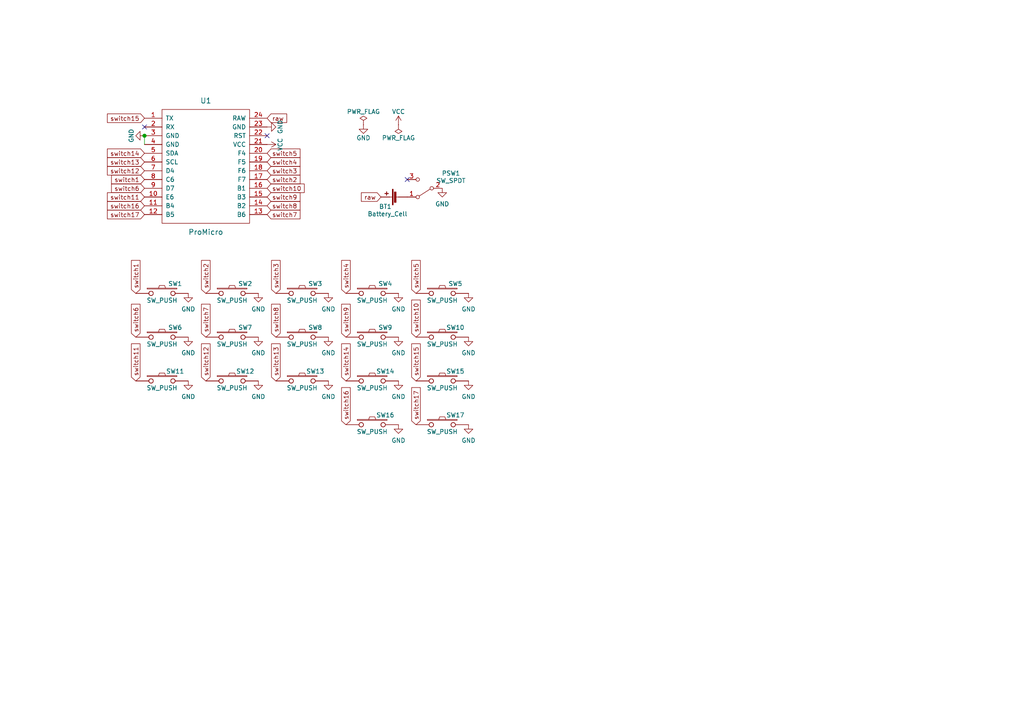
<source format=kicad_sch>
(kicad_sch (version 20210621) (generator eeschema)
  (paper "A4")
  (title_block (title "Mosquito") (date "2021-09-20") (rev "0.1") (company "jmnw"))
  (lib_symbols
    (symbol "Device:Battery_Cell" (pin_numbers hide) (pin_names (offset 0) hide)
      (property "Reference" "BT" (at 2.54 2.54 0))
      (property "Value" "Battery_Cell" (at 2.54 0 0))
      (symbol "Battery_Cell_0_1"
        (rectangle (start -2.286 1.778) (end 2.286 1.524) (fill (type outline)))
        (rectangle (start -1.5748 1.1938) (end 1.4732 0.6858) (fill (type outline)))
        (polyline (pts (xy 0 0.762) (xy 0 0)))
        (polyline (pts (xy 0 1.778) (xy 0 2.54)))
        (polyline (pts (xy 0.508 3.429) (xy 1.524 3.429)) (stroke (width 0.254)))
        (polyline (pts (xy 1.016 3.937) (xy 1.016 2.921)) (stroke (width 0.254)))
      )
      (symbol "Battery_Cell_1_1"
        (pin passive line (at 0 5.08 270) (length 2.54) (name "+") (number "1"))
        (pin passive line (at 0 -2.54 90) (length 2.54) (name "-") (number "2"))
      )
    )
    (symbol "Switch:SW_SPDT" (pin_names (offset 0) hide)
      (property "Reference" "SW" (at 0 4.318 0))
      (property "Value" "SW_SPDT" (at 0 -5.08 0))
      (symbol "SW_SPDT_0_0"
        (circle (center -2.032 0) (radius 0.508))
        (circle (center 2.032 -2.54) (radius 0.508))
      )
      (symbol "SW_SPDT_0_1"
        (circle (center 2.032 2.54) (radius 0.508))
        (polyline (pts (xy -1.524 0.254) (xy 1.651 2.286)))
      )
      (symbol "SW_SPDT_1_1"
        (pin passive line (at 5.08 2.54 180) (length 2.54) (name "A") (number "1"))
        (pin passive line (at -5.08 0 0) (length 2.54) (name "B") (number "2"))
        (pin passive line (at 5.08 -2.54 180) (length 2.54) (name "C") (number "3"))
      )
    )
    (symbol "bugs:ProMicro-kbd" (pin_names (offset 1.016))
      (property "Reference" "U" (at 0 24.13 0))
      (property "Value" "ProMicro-kbd" (at 0 -13.97 0))
      (symbol "ProMicro-kbd_0_1"
        (rectangle (start -12.7 21.59) (end 12.7 -11.43))
      )
      (symbol "ProMicro-kbd_1_1"
        (pin bidirectional line (at -17.78 19.05 0) (length 5.08) (name "TX") (number "1"))
        (pin bidirectional line (at -17.78 -3.81 0) (length 5.08) (name "E6") (number "10"))
        (pin bidirectional line (at -17.78 -6.35 0) (length 5.08) (name "B4") (number "11"))
        (pin bidirectional line (at -17.78 -8.89 0) (length 5.08) (name "B5") (number "12"))
        (pin bidirectional line (at 17.78 -8.89 180) (length 5.08) (name "B6") (number "13"))
        (pin bidirectional line (at 17.78 -6.35 180) (length 5.08) (name "B2") (number "14"))
        (pin bidirectional line (at 17.78 -3.81 180) (length 5.08) (name "B3") (number "15"))
        (pin bidirectional line (at 17.78 -1.27 180) (length 5.08) (name "B1") (number "16"))
        (pin bidirectional line (at 17.78 1.27 180) (length 5.08) (name "F7") (number "17"))
        (pin bidirectional line (at 17.78 3.81 180) (length 5.08) (name "F6") (number "18"))
        (pin bidirectional line (at 17.78 6.35 180) (length 5.08) (name "F5") (number "19"))
        (pin bidirectional line (at -17.78 16.51 0) (length 5.08) (name "RX") (number "2"))
        (pin bidirectional line (at 17.78 8.89 180) (length 5.08) (name "F4") (number "20"))
        (pin power_in line (at 17.78 11.43 180) (length 5.08) (name "VCC") (number "21"))
        (pin input line (at 17.78 13.97 180) (length 5.08) (name "RST") (number "22"))
        (pin power_in line (at 17.78 16.51 180) (length 5.08) (name "GND") (number "23"))
        (pin power_out line (at 17.78 19.05 180) (length 5.08) (name "RAW") (number "24"))
        (pin power_in line (at -17.78 13.97 0) (length 5.08) (name "GND") (number "3"))
        (pin power_in line (at -17.78 11.43 0) (length 5.08) (name "GND") (number "4"))
        (pin bidirectional line (at -17.78 8.89 0) (length 5.08) (name "SDA") (number "5"))
        (pin bidirectional line (at -17.78 6.35 0) (length 5.08) (name "SCL") (number "6"))
        (pin bidirectional line (at -17.78 3.81 0) (length 5.08) (name "D4") (number "7"))
        (pin bidirectional line (at -17.78 1.27 0) (length 5.08) (name "C6") (number "8"))
        (pin bidirectional line (at -17.78 -1.27 0) (length 5.08) (name "D7") (number "9"))
      )
    )
    (symbol "bugs:SW_PUSH-kbd" (pin_numbers hide) (pin_names (offset 1.016) hide)
      (property "Reference" "SW" (at 3.81 2.794 0))
      (property "Value" "SW_PUSH-kbd" (at 0 -2.032 0))
      (symbol "SW_PUSH-kbd_0_1"
        (rectangle (start -4.318 1.27) (end 4.318 1.524))
        (polyline (pts (xy -1.016 1.524) (xy -0.762 2.286) (xy 0.762 2.286) (xy 1.016 1.524)))
        (pin passive inverted (at -7.62 0 0) (length 5.08) (name "1") (number "1"))
        (pin passive inverted (at 7.62 0 180) (length 5.08) (name "2") (number "2"))
      )
    )
    (symbol "knott:SW_PUSH-kbd" (pin_numbers hide) (pin_names (offset 1.016) hide)
      (property "Reference" "SW" (at 3.81 2.794 0))
      (property "Value" "SW_PUSH-kbd" (at 0 -2.032 0))
      (symbol "SW_PUSH-kbd_0_1"
        (rectangle (start -4.318 1.27) (end 4.318 1.524))
        (polyline (pts (xy -1.016 1.524) (xy -0.762 2.286) (xy 0.762 2.286) (xy 1.016 1.524)))
        (pin passive inverted (at -7.62 0 0) (length 5.08) (name "1") (number "1"))
        (pin passive inverted (at 7.62 0 180) (length 5.08) (name "2") (number "2"))
      )
    )
    (symbol "power:GND" (power) (pin_names (offset 0))
      (property "Value" "GND" (at 0 -3.81 0))
      (symbol "GND_0_1"
        (polyline (pts (xy 0 0) (xy 0 -1.27) (xy 1.27 -1.27) (xy 0 -2.54) (xy -1.27 -1.27) (xy 0 -1.27)))
      )
      (symbol "GND_1_1"
        (pin power_in line (at 0 0 270) (length 0) hide (name "GND") (number "1"))
      )
    )
    (symbol "power:PWR_FLAG" (power) (pin_numbers hide) (pin_names (offset 0) hide)
      (property "Value" "PWR_FLAG" (at 0 3.81 0))
      (symbol "PWR_FLAG_0_0"
        (pin power_out line (at 0 0 90) (length 0) (name "pwr") (number "1"))
      )
      (symbol "PWR_FLAG_0_1"
        (polyline (pts (xy 0 0) (xy 0 1.27) (xy -1.016 1.905) (xy 0 2.54) (xy 1.016 1.905) (xy 0 1.27)))
      )
    )
    (symbol "power:VCC" (power) (pin_names (offset 0))
      (property "Value" "VCC" (at 0 3.81 0))
      (symbol "VCC_0_1"
        (polyline (pts (xy -0.762 1.27) (xy 0 2.54)))
        (polyline (pts (xy 0 0) (xy 0 2.54)))
        (polyline (pts (xy 0 2.54) (xy 0.762 1.27)))
      )
      (symbol "VCC_1_1"
        (pin power_in line (at 0 0 90) (length 0) hide (name "VCC") (number "1"))
      )
    )
  )
  (junction (at 41.91 39.37) (diameter 1.016))
  (no_connect (at 41.91 36.83))
  (no_connect (at 77.47 39.37))
  (no_connect (at 118.11 52.07))
  (wire (pts (xy 41.91 39.37) (xy 41.91 41.91)))
  (global_label "switch1" (shape input) (at 39.37 85.09 90) (property "Intersheet References" "${INTERSHEET_REFS}" (effects hide)))
  (global_label "switch6" (shape input) (at 39.37 97.79 90) (property "Intersheet References" "${INTERSHEET_REFS}" (effects hide)))
  (global_label "switch11" (shape input) (at 39.37 110.49 90) (property "Intersheet References" "${INTERSHEET_REFS}" (effects hide)))
  (global_label "switch15" (shape input) (at 41.91 34.29 180) (property "Intersheet References" "${INTERSHEET_REFS}" (effects hide)))
  (global_label "switch14" (shape input) (at 41.91 44.45 180) (property "Intersheet References" "${INTERSHEET_REFS}" (effects hide)))
  (global_label "switch13" (shape input) (at 41.91 46.99 180) (property "Intersheet References" "${INTERSHEET_REFS}" (effects hide)))
  (global_label "switch12" (shape input) (at 41.91 49.53 180) (property "Intersheet References" "${INTERSHEET_REFS}" (effects hide)))
  (global_label "switch1" (shape input) (at 41.91 52.07 180) (property "Intersheet References" "${INTERSHEET_REFS}" (effects hide)))
  (global_label "switch6" (shape input) (at 41.91 54.61 180) (property "Intersheet References" "${INTERSHEET_REFS}" (effects hide)))
  (global_label "switch11" (shape input) (at 41.91 57.15 180) (property "Intersheet References" "${INTERSHEET_REFS}" (effects hide)))
  (global_label "switch16" (shape input) (at 41.91 59.69 180) (property "Intersheet References" "${INTERSHEET_REFS}" (effects hide)))
  (global_label "switch17" (shape input) (at 41.91 62.23 180) (property "Intersheet References" "${INTERSHEET_REFS}" (effects hide)))
  (global_label "switch2" (shape input) (at 59.69 85.09 90) (property "Intersheet References" "${INTERSHEET_REFS}" (effects hide)))
  (global_label "switch7" (shape input) (at 59.69 97.79 90) (property "Intersheet References" "${INTERSHEET_REFS}" (effects hide)))
  (global_label "switch12" (shape input) (at 59.69 110.49 90) (property "Intersheet References" "${INTERSHEET_REFS}" (effects hide)))
  (global_label "raw" (shape input) (at 77.47 34.29 0) (property "Intersheet References" "${INTERSHEET_REFS}" (effects hide)))
  (global_label "switch5" (shape input) (at 77.47 44.45 0) (property "Intersheet References" "${INTERSHEET_REFS}" (effects hide)))
  (global_label "switch4" (shape input) (at 77.47 46.99 0) (property "Intersheet References" "${INTERSHEET_REFS}" (effects hide)))
  (global_label "switch3" (shape input) (at 77.47 49.53 0) (property "Intersheet References" "${INTERSHEET_REFS}" (effects hide)))
  (global_label "switch2" (shape input) (at 77.47 52.07 0) (property "Intersheet References" "${INTERSHEET_REFS}" (effects hide)))
  (global_label "switch10" (shape input) (at 77.47 54.61 0) (property "Intersheet References" "${INTERSHEET_REFS}" (effects hide)))
  (global_label "switch9" (shape input) (at 77.47 57.15 0) (property "Intersheet References" "${INTERSHEET_REFS}" (effects hide)))
  (global_label "switch8" (shape input) (at 77.47 59.69 0) (property "Intersheet References" "${INTERSHEET_REFS}" (effects hide)))
  (global_label "switch7" (shape input) (at 77.47 62.23 0) (property "Intersheet References" "${INTERSHEET_REFS}" (effects hide)))
  (global_label "switch3" (shape input) (at 80.01 85.09 90) (property "Intersheet References" "${INTERSHEET_REFS}" (effects hide)))
  (global_label "switch8" (shape input) (at 80.01 97.79 90) (property "Intersheet References" "${INTERSHEET_REFS}" (effects hide)))
  (global_label "switch13" (shape input) (at 80.01 110.49 90) (property "Intersheet References" "${INTERSHEET_REFS}" (effects hide)))
  (global_label "switch4" (shape input) (at 100.33 85.09 90) (property "Intersheet References" "${INTERSHEET_REFS}" (effects hide)))
  (global_label "switch9" (shape input) (at 100.33 97.79 90) (property "Intersheet References" "${INTERSHEET_REFS}" (effects hide)))
  (global_label "switch14" (shape input) (at 100.33 110.49 90) (property "Intersheet References" "${INTERSHEET_REFS}" (effects hide)))
  (global_label "switch16" (shape input) (at 100.33 123.19 90) (property "Intersheet References" "${INTERSHEET_REFS}" (effects hide)))
  (global_label "raw" (shape input) (at 110.49 57.15 180) (property "Intersheet References" "${INTERSHEET_REFS}" (effects hide)))
  (global_label "switch5" (shape input) (at 120.65 85.09 90) (property "Intersheet References" "${INTERSHEET_REFS}" (effects hide)))
  (global_label "switch10" (shape input) (at 120.65 97.79 90) (property "Intersheet References" "${INTERSHEET_REFS}" (effects hide)))
  (global_label "switch15" (shape input) (at 120.65 110.49 90) (property "Intersheet References" "${INTERSHEET_REFS}" (effects hide)))
  (global_label "switch17" (shape input) (at 120.65 123.19 90) (property "Intersheet References" "${INTERSHEET_REFS}" (effects hide)))
  (symbol (lib_id "power:VCC") (at 77.47 41.91 270) (unit 1)
    (property "Reference" "#PWR023" (effects hide))
    (property "Value" "VCC" (at 81.28 41.91 0))
  )
  (symbol (lib_id "power:VCC") (at 115.57 36.195 0) (unit 1)
    (property "Reference" "#PWR04" (effects hide))
    (property "Value" "VCC" (at 115.57 32.385 0))
  )
  (symbol (lib_id "power:PWR_FLAG") (at 105.41 36.195 0) (unit 1)
    (property "Reference" "#FLG06" (effects hide))
    (property "Value" "PWR_FLAG" (at 105.41 32.385 0))
  )
  (symbol (lib_id "power:PWR_FLAG") (at 115.57 36.195 180) (unit 1)
    (property "Reference" "#FLG05" (effects hide))
    (property "Value" "PWR_FLAG" (at 115.57 40.005 0))
  )
  (symbol (lib_id "power:GND") (at 41.91 39.37 270) (unit 1)
    (property "Reference" "#PWR02" (effects hide))
    (property "Value" "GND" (at 38.1 39.37 0))
  )
  (symbol (lib_id "power:GND") (at 54.61 85.09 0) (unit 1)
    (property "Reference" "#PWR0105" (effects hide))
    (property "Value" "GND" (at 54.61 89.6526 0))
  )
  (symbol (lib_id "power:GND") (at 54.61 97.79 0) (unit 1)
    (property "Reference" "#PWR0107" (effects hide))
    (property "Value" "GND" (at 54.61 102.3526 0))
  )
  (symbol (lib_id "power:GND") (at 54.61 110.49 0) (unit 1)
    (property "Reference" "#PWR0102" (effects hide))
    (property "Value" "GND" (at 54.61 115.0526 0))
  )
  (symbol (lib_id "power:GND") (at 74.93 85.09 0) (unit 1)
    (property "Reference" "#PWR0104" (effects hide))
    (property "Value" "GND" (at 74.93 89.6526 0))
  )
  (symbol (lib_id "power:GND") (at 74.93 97.79 0) (unit 1)
    (property "Reference" "#PWR0103" (effects hide))
    (property "Value" "GND" (at 74.93 102.3526 0))
  )
  (symbol (lib_id "power:GND") (at 74.93 110.49 0) (unit 1)
    (property "Reference" "#PWR0116" (effects hide))
    (property "Value" "GND" (at 74.93 115.0526 0))
  )
  (symbol (lib_id "power:GND") (at 77.47 36.83 90) (unit 1)
    (property "Reference" "#PWR01" (effects hide))
    (property "Value" "GND" (at 81.28 36.83 0))
  )
  (symbol (lib_id "power:GND") (at 95.25 85.09 0) (unit 1)
    (property "Reference" "#PWR0114" (effects hide))
    (property "Value" "GND" (at 95.25 89.6526 0))
  )
  (symbol (lib_id "power:GND") (at 95.25 97.79 0) (unit 1)
    (property "Reference" "#PWR0117" (effects hide))
    (property "Value" "GND" (at 95.25 102.3526 0))
  )
  (symbol (lib_id "power:GND") (at 95.25 110.49 0) (unit 1)
    (property "Reference" "#PWR0115" (effects hide))
    (property "Value" "GND" (at 95.25 115.0526 0))
  )
  (symbol (lib_id "power:GND") (at 105.41 36.195 0) (unit 1)
    (property "Reference" "#PWR03" (effects hide))
    (property "Value" "GND" (at 105.41 40.005 0))
  )
  (symbol (lib_id "power:GND") (at 115.57 85.09 0) (unit 1)
    (property "Reference" "#PWR0108" (effects hide))
    (property "Value" "GND" (at 115.57 89.6526 0))
  )
  (symbol (lib_id "power:GND") (at 115.57 97.79 0) (unit 1)
    (property "Reference" "#PWR0109" (effects hide))
    (property "Value" "GND" (at 115.57 102.3526 0))
  )
  (symbol (lib_id "power:GND") (at 115.57 110.49 0) (unit 1)
    (property "Reference" "#PWR0112" (effects hide))
    (property "Value" "GND" (at 115.57 115.0526 0))
  )
  (symbol (lib_id "power:GND") (at 115.57 123.19 0) (unit 1)
    (property "Reference" "#PWR0106" (effects hide))
    (property "Value" "GND" (at 115.57 127.7526 0))
  )
  (symbol (lib_id "power:GND") (at 128.27 54.61 0) (unit 1)
    (property "Reference" "#PWR0101" (effects hide))
    (property "Value" "GND" (at 128.27 59.1726 0))
  )
  (symbol (lib_id "power:GND") (at 135.89 85.09 0) (unit 1)
    (property "Reference" "#PWR0110" (effects hide))
    (property "Value" "GND" (at 135.89 89.6526 0))
  )
  (symbol (lib_id "power:GND") (at 135.89 97.79 0) (unit 1)
    (property "Reference" "#PWR0111" (effects hide))
    (property "Value" "GND" (at 135.89 102.3526 0))
  )
  (symbol (lib_id "power:GND") (at 135.89 110.49 0) (unit 1)
    (property "Reference" "#PWR0118" (effects hide))
    (property "Value" "GND" (at 135.89 115.0526 0))
  )
  (symbol (lib_id "power:GND") (at 135.89 123.19 0) (unit 1)
    (property "Reference" "#PWR0113" (effects hide))
    (property "Value" "GND" (at 135.89 127.7526 0))
  )
  (symbol (lib_id "Device:Battery_Cell") (at 115.57 57.15 90) (unit 1)
    (property "Reference" "BT1" (at 111.76 59.9144 90))
    (property "Value" "Battery_Cell" (at 112.395 62.0545 90))
    (property "Footprint" "bugs:Battery_pads_reversible" (effects hide))
  )
  (symbol (lib_id "bugs:SW_PUSH-kbd") (at 46.99 85.09 0) (unit 1)
    (property "Reference" "SW1" (at 50.8 82.296 0))
    (property "Value" "SW_PUSH" (at 46.99 87.122 0))
    (property "Footprint" "bugs:Choc_reversible" (effects hide))
  )
  (symbol (lib_id "knott:SW_PUSH-kbd") (at 46.99 97.79 0) (unit 1)
    (property "Reference" "SW6" (at 50.8 94.996 0))
    (property "Value" "SW_PUSH" (at 46.99 99.822 0))
    (property "Footprint" "bugs:Choc_reversible" (effects hide))
  )
  (symbol (lib_id "knott:SW_PUSH-kbd") (at 46.99 110.49 0) (unit 1)
    (property "Reference" "SW11" (at 50.8 107.696 0))
    (property "Value" "SW_PUSH" (at 46.99 112.522 0))
    (property "Footprint" "bugs:Choc_reversible" (effects hide))
  )
  (symbol (lib_id "knott:SW_PUSH-kbd") (at 67.31 85.09 0) (unit 1)
    (property "Reference" "SW2" (at 71.12 82.296 0))
    (property "Value" "SW_PUSH" (at 67.31 87.122 0))
    (property "Footprint" "bugs:Choc_reversible" (effects hide))
  )
  (symbol (lib_id "knott:SW_PUSH-kbd") (at 67.31 97.79 0) (unit 1)
    (property "Reference" "SW7" (at 71.12 94.996 0))
    (property "Value" "SW_PUSH" (at 67.31 99.822 0))
    (property "Footprint" "bugs:Choc_reversible" (effects hide))
  )
  (symbol (lib_id "knott:SW_PUSH-kbd") (at 67.31 110.49 0) (unit 1)
    (property "Reference" "SW12" (at 71.12 107.696 0))
    (property "Value" "SW_PUSH" (at 67.31 112.522 0))
    (property "Footprint" "bugs:Choc_reversible" (effects hide))
  )
  (symbol (lib_id "knott:SW_PUSH-kbd") (at 87.63 85.09 0) (unit 1)
    (property "Reference" "SW3" (at 91.44 82.296 0))
    (property "Value" "SW_PUSH" (at 87.63 87.122 0))
    (property "Footprint" "bugs:Choc_reversible" (effects hide))
  )
  (symbol (lib_id "knott:SW_PUSH-kbd") (at 87.63 97.79 0) (unit 1)
    (property "Reference" "SW8" (at 91.44 94.996 0))
    (property "Value" "SW_PUSH" (at 87.63 99.822 0))
    (property "Footprint" "bugs:Choc_reversible" (effects hide))
  )
  (symbol (lib_id "knott:SW_PUSH-kbd") (at 87.63 110.49 0) (unit 1)
    (property "Reference" "SW13" (at 91.44 107.696 0))
    (property "Value" "SW_PUSH" (at 87.63 112.522 0))
    (property "Footprint" "bugs:Choc_reversible" (effects hide))
  )
  (symbol (lib_id "knott:SW_PUSH-kbd") (at 107.95 85.09 0) (unit 1)
    (property "Reference" "SW4" (at 111.76 82.296 0))
    (property "Value" "SW_PUSH" (at 107.95 87.122 0))
    (property "Footprint" "bugs:Choc_reversible" (effects hide))
  )
  (symbol (lib_id "knott:SW_PUSH-kbd") (at 107.95 97.79 0) (unit 1)
    (property "Reference" "SW9" (at 111.76 94.996 0))
    (property "Value" "SW_PUSH" (at 107.95 99.822 0))
    (property "Footprint" "bugs:Choc_reversible" (effects hide))
  )
  (symbol (lib_id "knott:SW_PUSH-kbd") (at 107.95 110.49 0) (unit 1)
    (property "Reference" "SW14" (at 111.76 107.696 0))
    (property "Value" "SW_PUSH" (at 107.95 112.522 0))
    (property "Footprint" "bugs:Choc_reversible" (effects hide))
  )
  (symbol (lib_id "knott:SW_PUSH-kbd") (at 107.95 123.19 0) (unit 1)
    (property "Reference" "SW16" (at 111.76 120.396 0))
    (property "Value" "SW_PUSH" (at 107.95 125.222 0))
    (property "Footprint" "bugs:Choc_reversible" (effects hide))
  )
  (symbol (lib_id "knott:SW_PUSH-kbd") (at 128.27 85.09 0) (unit 1)
    (property "Reference" "SW5" (at 132.08 82.296 0))
    (property "Value" "SW_PUSH" (at 128.27 87.122 0))
    (property "Footprint" "bugs:Choc_reversible" (effects hide))
  )
  (symbol (lib_id "knott:SW_PUSH-kbd") (at 128.27 97.79 0) (unit 1)
    (property "Reference" "SW10" (at 132.08 94.996 0))
    (property "Value" "SW_PUSH" (at 128.27 99.822 0))
    (property "Footprint" "bugs:Choc_reversible" (effects hide))
  )
  (symbol (lib_id "knott:SW_PUSH-kbd") (at 128.27 110.49 0) (unit 1)
    (property "Reference" "SW15" (at 132.08 107.696 0))
    (property "Value" "SW_PUSH" (at 128.27 112.522 0))
    (property "Footprint" "bugs:Choc_reversible" (effects hide))
  )
  (symbol (lib_id "knott:SW_PUSH-kbd") (at 128.27 123.19 0) (unit 1)
    (property "Reference" "SW17" (at 132.08 120.396 0))
    (property "Value" "SW_PUSH" (at 128.27 125.222 0))
    (property "Footprint" "bugs:Choc_reversible" (effects hide))
  )
  (symbol (lib_id "Switch:SW_SPDT") (at 123.19 54.61 180) (unit 1)
    (property "Reference" "PSW1" (at 130.81 50.2624 0))
    (property "Value" "SW_SPDT" (at 130.81 52.4025 0))
    (property "Footprint" "bugs:Power_reversible" (effects hide))
  )
  (symbol (lib_id "bugs:ProMicro-kbd") (at 59.69 53.34 0) (unit 1)
    (property "Reference" "U1" (at 59.69 29.21 0) (effects (font (size 1.524 1.524))))
    (property "Value" "ProMicro" (at 59.69 67.31 0) (effects (font (size 1.524 1.524))))
    (property "Footprint" "jmnw:ProMicro_sing-rev" (effects hide))
  )
)
</source>
